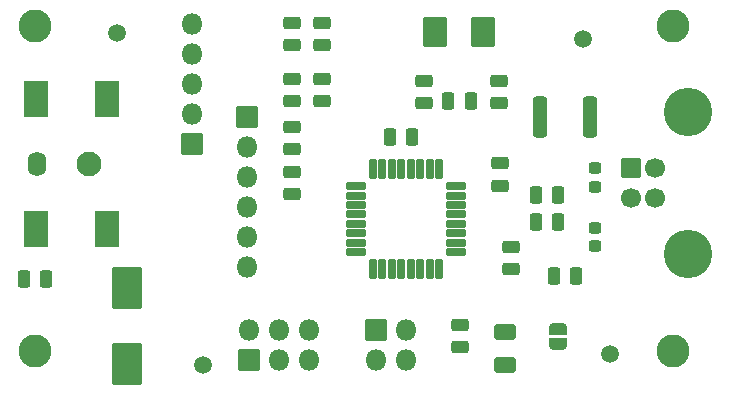
<source format=gbr>
%TF.GenerationSoftware,KiCad,Pcbnew,9.0.6+1*%
%TF.CreationDate,2025-12-10T16:40:17+00:00*%
%TF.ProjectId,KDT_Hierarchical_KiBot,4b44545f-4869-4657-9261-726368696361,+ (Unreleased)*%
%TF.SameCoordinates,Original*%
%TF.FileFunction,Soldermask,Top*%
%TF.FilePolarity,Negative*%
%FSLAX46Y46*%
G04 Gerber Fmt 4.6, Leading zero omitted, Abs format (unit mm)*
G04 Created by KiCad (PCBNEW 9.0.6+1) date 2025-12-10 16:40:17*
%MOMM*%
%LPD*%
G01*
G04 APERTURE LIST*
G04 Aperture macros list*
%AMRoundRect*
0 Rectangle with rounded corners*
0 $1 Rounding radius*
0 $2 $3 $4 $5 $6 $7 $8 $9 X,Y pos of 4 corners*
0 Add a 4 corners polygon primitive as box body*
4,1,4,$2,$3,$4,$5,$6,$7,$8,$9,$2,$3,0*
0 Add four circle primitives for the rounded corners*
1,1,$1+$1,$2,$3*
1,1,$1+$1,$4,$5*
1,1,$1+$1,$6,$7*
1,1,$1+$1,$8,$9*
0 Add four rect primitives between the rounded corners*
20,1,$1+$1,$2,$3,$4,$5,0*
20,1,$1+$1,$4,$5,$6,$7,0*
20,1,$1+$1,$6,$7,$8,$9,0*
20,1,$1+$1,$8,$9,$2,$3,0*%
%AMFreePoly0*
4,1,39,0.535355,0.785355,0.550000,0.750000,0.550000,-0.750000,0.535355,-0.785355,0.500000,-0.800000,0.000000,-0.800000,-0.010328,-0.795722,-0.065263,-0.795722,-0.078204,-0.794018,-0.204283,-0.760236,-0.216342,-0.755241,-0.329381,-0.689978,-0.339736,-0.682032,-0.432032,-0.589736,-0.439978,-0.579381,-0.505241,-0.466342,-0.510236,-0.454283,-0.544018,-0.328204,-0.545722,-0.315263,-0.545722,-0.260327,
-0.550000,-0.250000,-0.550000,0.250000,-0.545722,0.260327,-0.545722,0.315263,-0.544018,0.328204,-0.510236,0.454283,-0.505241,0.466342,-0.439978,0.579381,-0.432032,0.589736,-0.339736,0.682032,-0.329381,0.689978,-0.216342,0.755241,-0.204283,0.760236,-0.078204,0.794018,-0.065263,0.795722,-0.010328,0.795722,0.000000,0.800000,0.500000,0.800000,0.535355,0.785355,0.535355,0.785355,
$1*%
%AMFreePoly1*
4,1,39,0.010328,0.795722,0.065263,0.795722,0.078204,0.794018,0.204283,0.760236,0.216342,0.755241,0.329381,0.689978,0.339736,0.682032,0.432032,0.589736,0.439978,0.579381,0.505241,0.466342,0.510236,0.454283,0.544018,0.328204,0.545722,0.315263,0.545722,0.260327,0.550000,0.250000,0.550000,-0.250000,0.545722,-0.260327,0.545722,-0.315263,0.544018,-0.328204,0.510236,-0.454283,
0.505241,-0.466342,0.439978,-0.579381,0.432032,-0.589736,0.339736,-0.682032,0.329381,-0.689978,0.216342,-0.755241,0.204283,-0.760236,0.078204,-0.794018,0.065263,-0.795722,0.010328,-0.795722,0.000000,-0.800000,-0.500000,-0.800000,-0.535355,-0.785355,-0.550000,-0.750000,-0.550000,0.750000,-0.535355,0.785355,-0.500000,0.800000,0.000000,0.800000,0.010328,0.795722,0.010328,0.795722,
$1*%
G04 Aperture macros list end*
%ADD10RoundRect,0.268750X-0.481250X0.268750X-0.481250X-0.268750X0.481250X-0.268750X0.481250X0.268750X0*%
%ADD11O,1.600000X2.100000*%
%ADD12C,2.100000*%
%ADD13RoundRect,0.050000X1.000000X-1.500000X1.000000X1.500000X-1.000000X1.500000X-1.000000X-1.500000X0*%
%ADD14RoundRect,0.050000X0.850000X0.850000X-0.850000X0.850000X-0.850000X-0.850000X0.850000X-0.850000X0*%
%ADD15O,1.800000X1.800000*%
%ADD16RoundRect,0.050000X-0.850000X-0.850000X0.850000X-0.850000X0.850000X0.850000X-0.850000X0.850000X0*%
%ADD17RoundRect,0.243750X0.281250X-0.243750X0.281250X0.243750X-0.281250X0.243750X-0.281250X-0.243750X0*%
%ADD18RoundRect,0.050000X0.800000X-0.800000X0.800000X0.800000X-0.800000X0.800000X-0.800000X-0.800000X0*%
%ADD19C,1.700000*%
%ADD20C,4.100000*%
%ADD21RoundRect,0.268750X0.481250X-0.268750X0.481250X0.268750X-0.481250X0.268750X-0.481250X-0.268750X0*%
%ADD22RoundRect,0.268750X-0.268750X-0.481250X0.268750X-0.481250X0.268750X0.481250X-0.268750X0.481250X0*%
%ADD23RoundRect,0.268750X0.268750X0.481250X-0.268750X0.481250X-0.268750X-0.481250X0.268750X-0.481250X0*%
%ADD24C,1.500000*%
%ADD25C,2.800000*%
%ADD26RoundRect,0.243750X-0.281250X0.243750X-0.281250X-0.243750X0.281250X-0.243750X0.281250X0.243750X0*%
%ADD27FreePoly0,270.000000*%
%ADD28FreePoly1,270.000000*%
%ADD29RoundRect,0.270000X0.655000X-0.405000X0.655000X0.405000X-0.655000X0.405000X-0.655000X-0.405000X0*%
%ADD30RoundRect,0.050000X0.850000X-0.850000X0.850000X0.850000X-0.850000X0.850000X-0.850000X-0.850000X0*%
%ADD31RoundRect,0.272222X-0.340278X-1.477778X0.340278X-1.477778X0.340278X1.477778X-0.340278X1.477778X0*%
%ADD32RoundRect,0.050000X0.950000X1.200000X-0.950000X1.200000X-0.950000X-1.200000X0.950000X-1.200000X0*%
%ADD33RoundRect,0.050000X-0.275000X0.800000X-0.275000X-0.800000X0.275000X-0.800000X0.275000X0.800000X0*%
%ADD34RoundRect,0.050000X-0.800000X-0.275000X0.800000X-0.275000X0.800000X0.275000X-0.800000X0.275000X0*%
%ADD35RoundRect,0.260000X-1.040000X1.540000X-1.040000X-1.540000X1.040000X-1.540000X1.040000X1.540000X0*%
G04 APERTURE END LIST*
D10*
%TO.C,C5*%
X157795600Y-93911300D03*
X157795600Y-95786300D03*
%TD*%
D11*
%TO.C,J1*%
X117673600Y-86894800D03*
D12*
X122073600Y-86894800D03*
D13*
X117573600Y-81394800D03*
X123573600Y-81394800D03*
X123573600Y-92394800D03*
X117573600Y-92394800D03*
%TD*%
D14*
%TO.C,J3*%
X130773600Y-85194800D03*
D15*
X130773600Y-82654800D03*
X130773600Y-80114800D03*
X130773600Y-77574800D03*
X130773600Y-75034800D03*
%TD*%
D16*
%TO.C,J6*%
X135443600Y-82910800D03*
D15*
X135443600Y-85450800D03*
X135443600Y-87990800D03*
X135443600Y-90530800D03*
X135443600Y-93070800D03*
X135443600Y-95610800D03*
%TD*%
D17*
%TO.C,VR2*%
X164907600Y-88803700D03*
X164907600Y-87228700D03*
%TD*%
D18*
%TO.C,J2*%
X167955600Y-87228800D03*
D19*
X167955600Y-89728800D03*
X169955600Y-89728800D03*
X169955600Y-87228800D03*
D20*
X172815600Y-82478800D03*
X172815600Y-94478800D03*
%TD*%
D21*
%TO.C,C8*%
X139228200Y-85600900D03*
X139228200Y-83725900D03*
%TD*%
D22*
%TO.C,C2*%
X116536100Y-96594800D03*
X118411100Y-96594800D03*
%TD*%
%TO.C,R1*%
X159906100Y-91800800D03*
X161781100Y-91800800D03*
%TD*%
D23*
%TO.C,FB1*%
X163305100Y-96372800D03*
X161430100Y-96372800D03*
%TD*%
D22*
%TO.C,R2*%
X159906100Y-89514800D03*
X161781100Y-89514800D03*
%TD*%
D24*
%TO.C,FID3*%
X124470800Y-75773400D03*
%TD*%
D25*
%TO.C,H4*%
X171473600Y-75194800D03*
%TD*%
D21*
%TO.C,D3*%
X139253600Y-81582300D03*
X139253600Y-79707300D03*
%TD*%
D24*
%TO.C,FID2*%
X166177600Y-102976800D03*
%TD*%
D25*
%TO.C,H2*%
X117473600Y-102694800D03*
%TD*%
D22*
%TO.C,C7*%
X147510900Y-84561800D03*
X149385900Y-84561800D03*
%TD*%
D26*
%TO.C,VR1*%
X164907600Y-92257800D03*
X164907600Y-93832800D03*
%TD*%
D27*
%TO.C,JP1*%
X161732600Y-100828200D03*
D28*
X161732600Y-102128200D03*
%TD*%
D29*
%TO.C,D1*%
X157287600Y-103868800D03*
X157287600Y-101068800D03*
%TD*%
D21*
%TO.C,R4*%
X153477600Y-102390300D03*
X153477600Y-100515300D03*
%TD*%
D10*
%TO.C,C3*%
X156733600Y-79873300D03*
X156733600Y-81748300D03*
%TD*%
D25*
%TO.C,H3*%
X117473600Y-75194800D03*
%TD*%
D30*
%TO.C,J5*%
X135596000Y-103459400D03*
D15*
X135596000Y-100919400D03*
X138136000Y-103459400D03*
X138136000Y-100919400D03*
X140676000Y-103459400D03*
X140676000Y-100919400D03*
%TD*%
D23*
%TO.C,R3*%
X154369100Y-81572800D03*
X152494100Y-81572800D03*
%TD*%
D31*
%TO.C,F1*%
X160230100Y-82910800D03*
X164505100Y-82910800D03*
%TD*%
D25*
%TO.C,H1*%
X171473600Y-102694800D03*
%TD*%
D16*
%TO.C,J4*%
X146365600Y-100944800D03*
D15*
X148905600Y-100944800D03*
X146365600Y-103484800D03*
X148905600Y-103484800D03*
%TD*%
D10*
%TO.C,R5*%
X139228200Y-87561300D03*
X139228200Y-89436300D03*
%TD*%
D21*
%TO.C,D2*%
X141793600Y-81582300D03*
X141793600Y-79707300D03*
%TD*%
D10*
%TO.C,R6*%
X141793600Y-74932100D03*
X141793600Y-76807100D03*
%TD*%
D32*
%TO.C,Y1*%
X155451400Y-75722600D03*
X151351400Y-75722600D03*
%TD*%
D10*
%TO.C,R7*%
X139253600Y-74932100D03*
X139253600Y-76807100D03*
%TD*%
D33*
%TO.C,U1*%
X151705600Y-87296800D03*
X150905600Y-87296800D03*
X150105600Y-87296800D03*
X149305600Y-87296800D03*
X148505600Y-87296800D03*
X147705600Y-87296800D03*
X146905600Y-87296800D03*
X146105600Y-87296800D03*
D34*
X144655600Y-88746800D03*
X144655600Y-89546800D03*
X144655600Y-90346800D03*
X144655600Y-91146800D03*
X144655600Y-91946800D03*
X144655600Y-92746800D03*
X144655600Y-93546800D03*
X144655600Y-94346800D03*
D33*
X146105600Y-95796800D03*
X146905600Y-95796800D03*
X147705600Y-95796800D03*
X148505600Y-95796800D03*
X149305600Y-95796800D03*
X150105600Y-95796800D03*
X150905600Y-95796800D03*
X151705600Y-95796800D03*
D34*
X153155600Y-94346800D03*
X153155600Y-93546800D03*
X153155600Y-92746800D03*
X153155600Y-91946800D03*
X153155600Y-91146800D03*
X153155600Y-90346800D03*
X153155600Y-89546800D03*
X153155600Y-88746800D03*
%TD*%
D35*
%TO.C,C1*%
X125309000Y-97339200D03*
X125309000Y-103839200D03*
%TD*%
D10*
%TO.C,C4*%
X150383600Y-79873300D03*
X150383600Y-81748300D03*
%TD*%
D24*
%TO.C,FID1*%
X163891600Y-76306800D03*
%TD*%
D21*
%TO.C,C6*%
X156855800Y-88699700D03*
X156855800Y-86824700D03*
%TD*%
D24*
%TO.C,FID4*%
X131684400Y-103865800D03*
%TD*%
M02*

</source>
